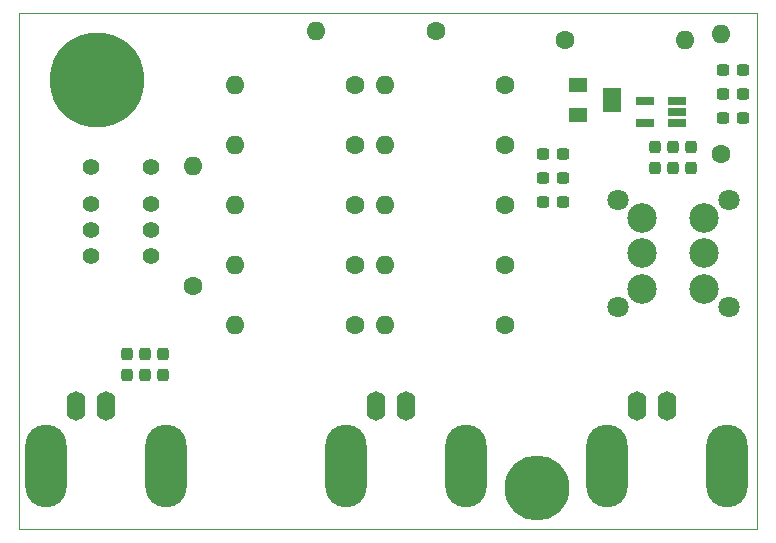
<source format=gts>
%TF.GenerationSoftware,KiCad,Pcbnew,(6.0.7)*%
%TF.CreationDate,2022-08-24T15:11:36-04:00*%
%TF.ProjectId,hexapod_interlock,68657861-706f-4645-9f69-6e7465726c6f,rev?*%
%TF.SameCoordinates,Original*%
%TF.FileFunction,Soldermask,Top*%
%TF.FilePolarity,Negative*%
%FSLAX46Y46*%
G04 Gerber Fmt 4.6, Leading zero omitted, Abs format (unit mm)*
G04 Created by KiCad (PCBNEW (6.0.7)) date 2022-08-24 15:11:36*
%MOMM*%
%LPD*%
G01*
G04 APERTURE LIST*
G04 Aperture macros list*
%AMRoundRect*
0 Rectangle with rounded corners*
0 $1 Rounding radius*
0 $2 $3 $4 $5 $6 $7 $8 $9 X,Y pos of 4 corners*
0 Add a 4 corners polygon primitive as box body*
4,1,4,$2,$3,$4,$5,$6,$7,$8,$9,$2,$3,0*
0 Add four circle primitives for the rounded corners*
1,1,$1+$1,$2,$3*
1,1,$1+$1,$4,$5*
1,1,$1+$1,$6,$7*
1,1,$1+$1,$8,$9*
0 Add four rect primitives between the rounded corners*
20,1,$1+$1,$2,$3,$4,$5,0*
20,1,$1+$1,$4,$5,$6,$7,0*
20,1,$1+$1,$6,$7,$8,$9,0*
20,1,$1+$1,$8,$9,$2,$3,0*%
G04 Aperture macros list end*
%TA.AperFunction,Profile*%
%ADD10C,0.100000*%
%TD*%
%ADD11RoundRect,0.237500X-0.300000X-0.237500X0.300000X-0.237500X0.300000X0.237500X-0.300000X0.237500X0*%
%ADD12R,1.600000X1.300000*%
%ADD13R,1.600000X2.000000*%
%ADD14RoundRect,0.237500X0.237500X-0.300000X0.237500X0.300000X-0.237500X0.300000X-0.237500X-0.300000X0*%
%ADD15RoundRect,0.237500X-0.237500X0.300000X-0.237500X-0.300000X0.237500X-0.300000X0.237500X0.300000X0*%
%ADD16R,1.560000X0.650000*%
%ADD17C,8.000000*%
%ADD18C,5.500000*%
%ADD19C,1.600000*%
%ADD20O,1.600000X1.600000*%
%ADD21C,1.400000*%
%ADD22O,1.600000X2.500000*%
%ADD23O,3.500000X7.000000*%
%ADD24C,1.800000*%
%ADD25C,2.500000*%
G04 APERTURE END LIST*
D10*
X196596000Y-140914000D02*
X196596000Y-97226000D01*
X134112000Y-97226000D02*
X196596000Y-97226000D01*
X134112000Y-140914000D02*
X196596000Y-140914000D01*
X134112000Y-97226000D02*
X134112000Y-140914000D01*
D11*
%TO.C,C14*%
X193701500Y-101996000D03*
X195426500Y-101996000D03*
%TD*%
D12*
%TO.C,RV1*%
X181430000Y-103286000D03*
D13*
X184330000Y-104536000D03*
D12*
X181430000Y-105786000D03*
%TD*%
D14*
%TO.C,C6*%
X191008000Y-110280500D03*
X191008000Y-108555500D03*
%TD*%
D11*
%TO.C,C13*%
X193701500Y-104028000D03*
X195426500Y-104028000D03*
%TD*%
D14*
%TO.C,C2*%
X187960000Y-110280500D03*
X187960000Y-108555500D03*
%TD*%
D15*
%TO.C,C3*%
X144780000Y-126081500D03*
X144780000Y-127806500D03*
%TD*%
D11*
%TO.C,C15*%
X193701500Y-106060000D03*
X195426500Y-106060000D03*
%TD*%
D15*
%TO.C,C5*%
X143256000Y-126081500D03*
X143256000Y-127806500D03*
%TD*%
D11*
%TO.C,C12*%
X178461500Y-113172000D03*
X180186500Y-113172000D03*
%TD*%
%TO.C,C10*%
X178461500Y-111140000D03*
X180186500Y-111140000D03*
%TD*%
D16*
%TO.C,U1*%
X189818000Y-106502000D03*
X189818000Y-105552000D03*
X189818000Y-104602000D03*
X187118000Y-104602000D03*
X187118000Y-106502000D03*
%TD*%
D17*
%TO.C,J5*%
X140716000Y-102870000D03*
%TD*%
D15*
%TO.C,C1*%
X146304000Y-126081500D03*
X146304000Y-127806500D03*
%TD*%
D14*
%TO.C,C4*%
X189484000Y-110280500D03*
X189484000Y-108555500D03*
%TD*%
D11*
%TO.C,C8*%
X178461500Y-109108000D03*
X180186500Y-109108000D03*
%TD*%
D18*
%TO.C,J4*%
X177927000Y-137414000D03*
%TD*%
D19*
%TO.C,R2*%
X162560000Y-123642000D03*
D20*
X152400000Y-123642000D03*
%TD*%
D19*
%TO.C,R11*%
X162560000Y-103322000D03*
D20*
X152400000Y-103322000D03*
%TD*%
D21*
%TO.C,K1*%
X145288000Y-110190000D03*
X145288000Y-113390000D03*
X145288000Y-115590000D03*
X145288000Y-117790000D03*
X140208000Y-117790000D03*
X140208000Y-115590000D03*
X140208000Y-113390000D03*
X140208000Y-110190000D03*
%TD*%
D19*
%TO.C,R9*%
X162560000Y-108402000D03*
D20*
X152400000Y-108402000D03*
%TD*%
D19*
%TO.C,R4*%
X162560000Y-118562000D03*
D20*
X152400000Y-118562000D03*
%TD*%
D22*
%TO.C,J1*%
X141478000Y-130500000D03*
D23*
X136398000Y-135580000D03*
D22*
X138938000Y-130500000D03*
D23*
X146558000Y-135580000D03*
%TD*%
D19*
%TO.C,R10*%
X175260000Y-103322000D03*
D20*
X165100000Y-103322000D03*
%TD*%
D19*
%TO.C,R5*%
X175260000Y-113482000D03*
D20*
X165100000Y-113482000D03*
%TD*%
D19*
%TO.C,R6*%
X162560000Y-113482000D03*
D20*
X152400000Y-113482000D03*
%TD*%
D22*
%TO.C,J2*%
X166878000Y-130500000D03*
X164338000Y-130500000D03*
D23*
X171958000Y-135580000D03*
X161798000Y-135580000D03*
%TD*%
D19*
%TO.C,R12*%
X193548000Y-109108000D03*
D20*
X193548000Y-98948000D03*
%TD*%
D19*
%TO.C,R8*%
X175260000Y-108402000D03*
D20*
X165100000Y-108402000D03*
%TD*%
%TO.C,R7*%
X159258000Y-98750000D03*
D19*
X169418000Y-98750000D03*
%TD*%
%TO.C,R14*%
X148844000Y-120340000D03*
D20*
X148844000Y-110180000D03*
%TD*%
D19*
%TO.C,R13*%
X180340000Y-99456000D03*
D20*
X190500000Y-99456000D03*
%TD*%
D22*
%TO.C,J3*%
X188976000Y-130500000D03*
D23*
X194056000Y-135580000D03*
X183896000Y-135580000D03*
D22*
X186436000Y-130500000D03*
%TD*%
D24*
%TO.C,SW2*%
X194184000Y-113046000D03*
X184784000Y-113046000D03*
X194184000Y-122046000D03*
X184784000Y-122046000D03*
D25*
X192134000Y-120546000D03*
X192134000Y-117546000D03*
X192134000Y-114546000D03*
X186834000Y-120546000D03*
X186834000Y-117546000D03*
X186834000Y-114546000D03*
%TD*%
D19*
%TO.C,R3*%
X175260000Y-118562000D03*
D20*
X165100000Y-118562000D03*
%TD*%
D19*
%TO.C,R1*%
X175260000Y-123642000D03*
D20*
X165100000Y-123642000D03*
%TD*%
M02*

</source>
